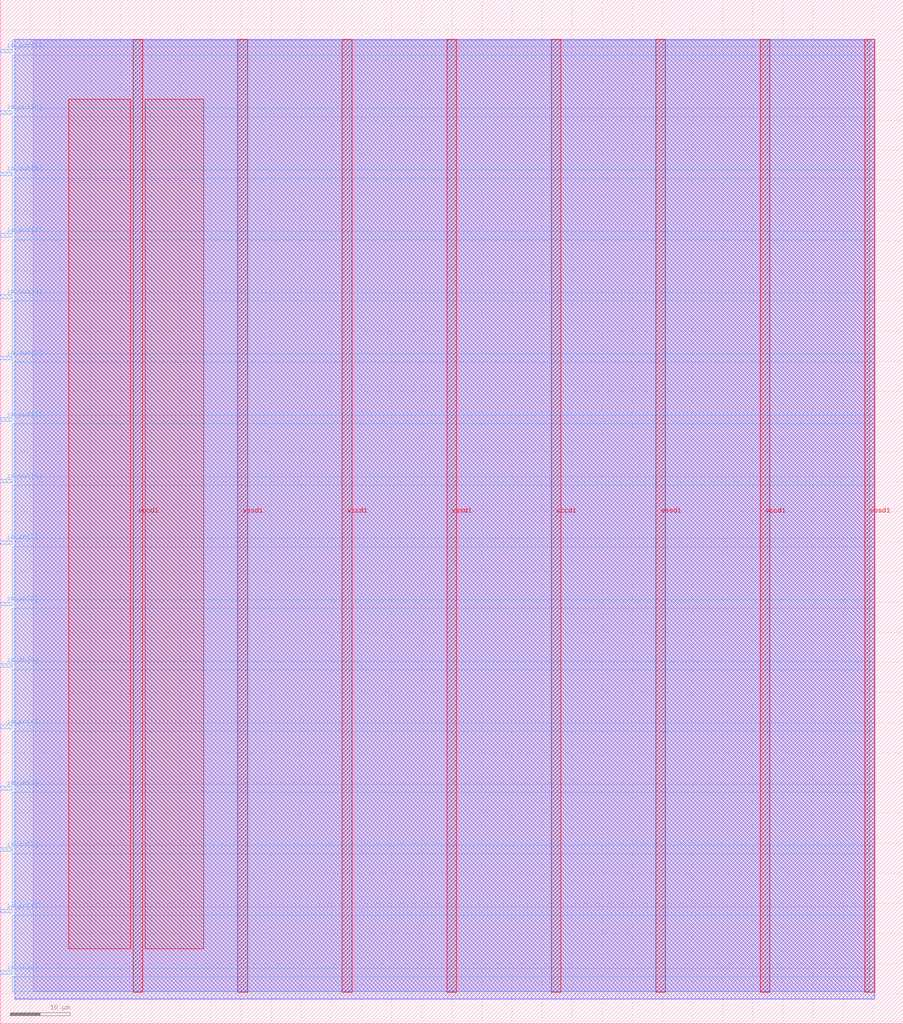
<source format=lef>
VERSION 5.7 ;
  NOWIREEXTENSIONATPIN ON ;
  DIVIDERCHAR "/" ;
  BUSBITCHARS "[]" ;
MACRO tiny_fft
  CLASS BLOCK ;
  FOREIGN tiny_fft ;
  ORIGIN 0.000 0.000 ;
  SIZE 150.000 BY 170.000 ;
  PIN io_in[0]
    DIRECTION INPUT ;
    USE SIGNAL ;
    PORT
      LAYER met3 ;
        RECT 0.000 8.200 2.000 8.800 ;
    END
  END io_in[0]
  PIN io_in[1]
    DIRECTION INPUT ;
    USE SIGNAL ;
    PORT
      LAYER met3 ;
        RECT 0.000 18.400 2.000 19.000 ;
    END
  END io_in[1]
  PIN io_in[2]
    DIRECTION INPUT ;
    USE SIGNAL ;
    PORT
      LAYER met3 ;
        RECT 0.000 28.600 2.000 29.200 ;
    END
  END io_in[2]
  PIN io_in[3]
    DIRECTION INPUT ;
    USE SIGNAL ;
    PORT
      LAYER met3 ;
        RECT 0.000 38.800 2.000 39.400 ;
    END
  END io_in[3]
  PIN io_in[4]
    DIRECTION INPUT ;
    USE SIGNAL ;
    PORT
      LAYER met3 ;
        RECT 0.000 49.000 2.000 49.600 ;
    END
  END io_in[4]
  PIN io_in[5]
    DIRECTION INPUT ;
    USE SIGNAL ;
    PORT
      LAYER met3 ;
        RECT 0.000 59.200 2.000 59.800 ;
    END
  END io_in[5]
  PIN io_in[6]
    DIRECTION INPUT ;
    USE SIGNAL ;
    PORT
      LAYER met3 ;
        RECT 0.000 69.400 2.000 70.000 ;
    END
  END io_in[6]
  PIN io_in[7]
    DIRECTION INPUT ;
    USE SIGNAL ;
    PORT
      LAYER met3 ;
        RECT 0.000 79.600 2.000 80.200 ;
    END
  END io_in[7]
  PIN io_out[0]
    DIRECTION OUTPUT TRISTATE ;
    USE SIGNAL ;
    PORT
      LAYER met3 ;
        RECT 0.000 89.800 2.000 90.400 ;
    END
  END io_out[0]
  PIN io_out[1]
    DIRECTION OUTPUT TRISTATE ;
    USE SIGNAL ;
    PORT
      LAYER met3 ;
        RECT 0.000 100.000 2.000 100.600 ;
    END
  END io_out[1]
  PIN io_out[2]
    DIRECTION OUTPUT TRISTATE ;
    USE SIGNAL ;
    PORT
      LAYER met3 ;
        RECT 0.000 110.200 2.000 110.800 ;
    END
  END io_out[2]
  PIN io_out[3]
    DIRECTION OUTPUT TRISTATE ;
    USE SIGNAL ;
    PORT
      LAYER met3 ;
        RECT 0.000 120.400 2.000 121.000 ;
    END
  END io_out[3]
  PIN io_out[4]
    DIRECTION OUTPUT TRISTATE ;
    USE SIGNAL ;
    PORT
      LAYER met3 ;
        RECT 0.000 130.600 2.000 131.200 ;
    END
  END io_out[4]
  PIN io_out[5]
    DIRECTION OUTPUT TRISTATE ;
    USE SIGNAL ;
    PORT
      LAYER met3 ;
        RECT 0.000 140.800 2.000 141.400 ;
    END
  END io_out[5]
  PIN io_out[6]
    DIRECTION OUTPUT TRISTATE ;
    USE SIGNAL ;
    PORT
      LAYER met3 ;
        RECT 0.000 151.000 2.000 151.600 ;
    END
  END io_out[6]
  PIN io_out[7]
    DIRECTION OUTPUT TRISTATE ;
    USE SIGNAL ;
    PORT
      LAYER met3 ;
        RECT 0.000 161.200 2.000 161.800 ;
    END
  END io_out[7]
  PIN vccd1
    DIRECTION INOUT ;
    USE POWER ;
    PORT
      LAYER met4 ;
        RECT 22.085 5.200 23.685 163.440 ;
    END
    PORT
      LAYER met4 ;
        RECT 56.815 5.200 58.415 163.440 ;
    END
    PORT
      LAYER met4 ;
        RECT 91.545 5.200 93.145 163.440 ;
    END
    PORT
      LAYER met4 ;
        RECT 126.275 5.200 127.875 163.440 ;
    END
  END vccd1
  PIN vssd1
    DIRECTION INOUT ;
    USE GROUND ;
    PORT
      LAYER met4 ;
        RECT 39.450 5.200 41.050 163.440 ;
    END
    PORT
      LAYER met4 ;
        RECT 74.180 5.200 75.780 163.440 ;
    END
    PORT
      LAYER met4 ;
        RECT 108.910 5.200 110.510 163.440 ;
    END
    PORT
      LAYER met4 ;
        RECT 143.640 5.200 145.240 163.440 ;
    END
  END vssd1
  OBS
      LAYER li1 ;
        RECT 5.520 5.355 144.440 163.285 ;
      LAYER met1 ;
        RECT 2.370 4.120 145.240 163.440 ;
      LAYER met2 ;
        RECT 2.390 4.090 145.210 163.385 ;
      LAYER met3 ;
        RECT 2.000 162.200 145.230 163.365 ;
        RECT 2.400 160.800 145.230 162.200 ;
        RECT 2.000 152.000 145.230 160.800 ;
        RECT 2.400 150.600 145.230 152.000 ;
        RECT 2.000 141.800 145.230 150.600 ;
        RECT 2.400 140.400 145.230 141.800 ;
        RECT 2.000 131.600 145.230 140.400 ;
        RECT 2.400 130.200 145.230 131.600 ;
        RECT 2.000 121.400 145.230 130.200 ;
        RECT 2.400 120.000 145.230 121.400 ;
        RECT 2.000 111.200 145.230 120.000 ;
        RECT 2.400 109.800 145.230 111.200 ;
        RECT 2.000 101.000 145.230 109.800 ;
        RECT 2.400 99.600 145.230 101.000 ;
        RECT 2.000 90.800 145.230 99.600 ;
        RECT 2.400 89.400 145.230 90.800 ;
        RECT 2.000 80.600 145.230 89.400 ;
        RECT 2.400 79.200 145.230 80.600 ;
        RECT 2.000 70.400 145.230 79.200 ;
        RECT 2.400 69.000 145.230 70.400 ;
        RECT 2.000 60.200 145.230 69.000 ;
        RECT 2.400 58.800 145.230 60.200 ;
        RECT 2.000 50.000 145.230 58.800 ;
        RECT 2.400 48.600 145.230 50.000 ;
        RECT 2.000 39.800 145.230 48.600 ;
        RECT 2.400 38.400 145.230 39.800 ;
        RECT 2.000 29.600 145.230 38.400 ;
        RECT 2.400 28.200 145.230 29.600 ;
        RECT 2.000 19.400 145.230 28.200 ;
        RECT 2.400 18.000 145.230 19.400 ;
        RECT 2.000 9.200 145.230 18.000 ;
        RECT 2.400 7.800 145.230 9.200 ;
        RECT 2.000 5.275 145.230 7.800 ;
      LAYER met4 ;
        RECT 11.335 12.415 21.685 153.505 ;
        RECT 24.085 12.415 33.745 153.505 ;
  END
END tiny_fft
END LIBRARY


</source>
